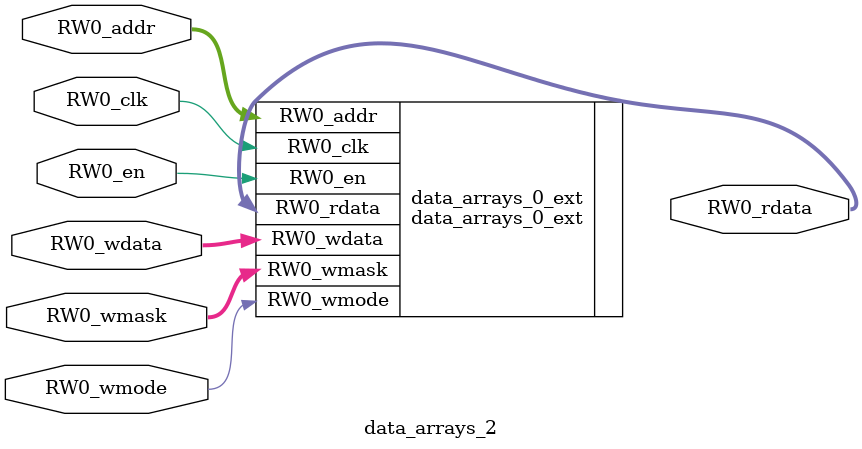
<source format=sv>
`ifndef RANDOMIZE
  `ifdef RANDOMIZE_REG_INIT
    `define RANDOMIZE
  `endif // RANDOMIZE_REG_INIT
`endif // not def RANDOMIZE
`ifndef RANDOMIZE
  `ifdef RANDOMIZE_MEM_INIT
    `define RANDOMIZE
  `endif // RANDOMIZE_MEM_INIT
`endif // not def RANDOMIZE

`ifndef RANDOM
  `define RANDOM $random
`endif // not def RANDOM

// Users can define 'PRINTF_COND' to add an extra gate to prints.
`ifndef PRINTF_COND_
  `ifdef PRINTF_COND
    `define PRINTF_COND_ (`PRINTF_COND)
  `else  // PRINTF_COND
    `define PRINTF_COND_ 1
  `endif // PRINTF_COND
`endif // not def PRINTF_COND_

// Users can define 'ASSERT_VERBOSE_COND' to add an extra gate to assert error printing.
`ifndef ASSERT_VERBOSE_COND_
  `ifdef ASSERT_VERBOSE_COND
    `define ASSERT_VERBOSE_COND_ (`ASSERT_VERBOSE_COND)
  `else  // ASSERT_VERBOSE_COND
    `define ASSERT_VERBOSE_COND_ 1
  `endif // ASSERT_VERBOSE_COND
`endif // not def ASSERT_VERBOSE_COND_

// Users can define 'STOP_COND' to add an extra gate to stop conditions.
`ifndef STOP_COND_
  `ifdef STOP_COND
    `define STOP_COND_ (`STOP_COND)
  `else  // STOP_COND
    `define STOP_COND_ 1
  `endif // STOP_COND
`endif // not def STOP_COND_

// Users can define INIT_RANDOM as general code that gets injected into the
// initializer block for modules with registers.
`ifndef INIT_RANDOM
  `define INIT_RANDOM
`endif // not def INIT_RANDOM

// If using random initialization, you can also define RANDOMIZE_DELAY to
// customize the delay used, otherwise 0.002 is used.
`ifndef RANDOMIZE_DELAY
  `define RANDOMIZE_DELAY 0.002
`endif // not def RANDOMIZE_DELAY

// Define INIT_RANDOM_PROLOG_ for use in our modules below.
`ifndef INIT_RANDOM_PROLOG_
  `ifdef RANDOMIZE
    `ifdef VERILATOR
      `define INIT_RANDOM_PROLOG_ `INIT_RANDOM
    `else  // VERILATOR
      `define INIT_RANDOM_PROLOG_ `INIT_RANDOM #`RANDOMIZE_DELAY begin end
    `endif // VERILATOR
  `else  // RANDOMIZE
    `define INIT_RANDOM_PROLOG_
  `endif // RANDOMIZE
`endif // not def INIT_RANDOM_PROLOG_

module data_arrays_2(	// @[DescribedSRAM.scala:17:26]
  input  [7:0]   RW0_addr,
  input          RW0_en,
                 RW0_clk,
                 RW0_wmode,
  input  [127:0] RW0_wdata,
  input  [3:0]   RW0_wmask,
  output [127:0] RW0_rdata
);

  data_arrays_0_ext data_arrays_0_ext (	// @[DescribedSRAM.scala:17:26]
    .RW0_addr  (RW0_addr),
    .RW0_en    (RW0_en),
    .RW0_clk   (RW0_clk),
    .RW0_wmode (RW0_wmode),
    .RW0_wdata (RW0_wdata),
    .RW0_wmask (RW0_wmask),
    .RW0_rdata (RW0_rdata)
  );
endmodule


</source>
